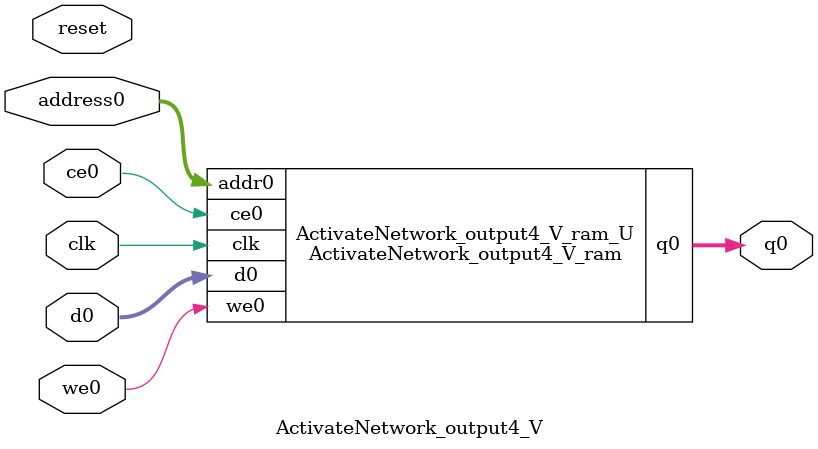
<source format=v>
`timescale 1 ns / 1 ps
module ActivateNetwork_output4_V_ram (addr0, ce0, d0, we0, q0,  clk);

parameter DWIDTH = 8;
parameter AWIDTH = 10;
parameter MEM_SIZE = 576;

input[AWIDTH-1:0] addr0;
input ce0;
input[DWIDTH-1:0] d0;
input we0;
output reg[DWIDTH-1:0] q0;
input clk;

(* ram_style = "block" *)reg [DWIDTH-1:0] ram[0:MEM_SIZE-1];




always @(posedge clk)  
begin 
    if (ce0) 
    begin
        if (we0) 
        begin 
            ram[addr0] <= d0; 
        end 
        q0 <= ram[addr0];
    end
end


endmodule

`timescale 1 ns / 1 ps
module ActivateNetwork_output4_V(
    reset,
    clk,
    address0,
    ce0,
    we0,
    d0,
    q0);

parameter DataWidth = 32'd8;
parameter AddressRange = 32'd576;
parameter AddressWidth = 32'd10;
input reset;
input clk;
input[AddressWidth - 1:0] address0;
input ce0;
input we0;
input[DataWidth - 1:0] d0;
output[DataWidth - 1:0] q0;



ActivateNetwork_output4_V_ram ActivateNetwork_output4_V_ram_U(
    .clk( clk ),
    .addr0( address0 ),
    .ce0( ce0 ),
    .we0( we0 ),
    .d0( d0 ),
    .q0( q0 ));

endmodule


</source>
